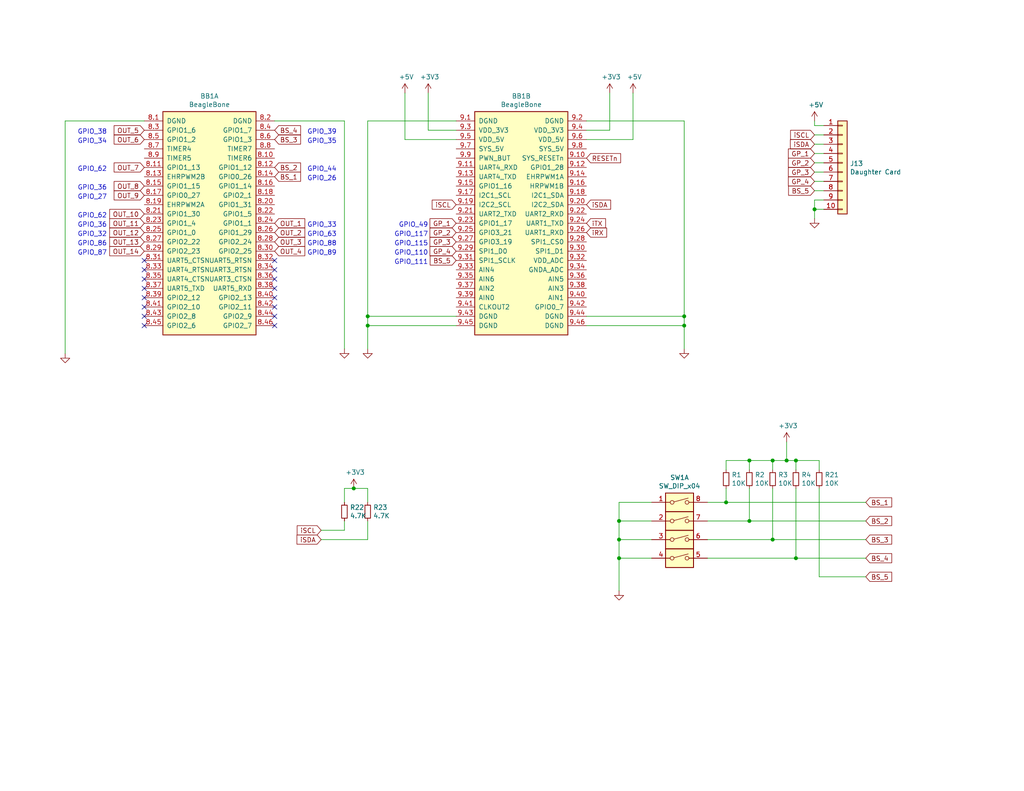
<source format=kicad_sch>
(kicad_sch (version 20211123) (generator eeschema)
  (paper "USLetter")
  (title_block (title "Greenhouse 2.0 IO Board") (date "2022-05-30") (rev "0.2.1") (company "Langhe Greenhaus") (comment 1 "Langhe Part Number: 240000"))
  (lib_symbols
    (symbol "BCR:BeagleBone" (pin_names (offset 1.016))
      (property "Reference" "BB" (at -10.16 29.21 0))
      (property "Value" "BeagleBone" (at 0 -34.29 0))
      (symbol "BeagleBone_0_1"
        (rectangle (start -12.7 27.94) (end 12.7 -33.02) (stroke (width 0.254)) (fill (type background)))
      )
      (symbol "BeagleBone_1_1"
        (pin unspecified line (at -17.78 25.4 0) (length 5.08) (name "DGND") (number "8.1"))
        (pin unspecified line (at 17.78 15.24 180) (length 5.08) (name "TIMER6") (number "8.10"))
        (pin unspecified line (at -17.78 12.7 0) (length 5.08) (name "GPIO1_13") (number "8.11"))
        (pin unspecified line (at 17.78 12.7 180) (length 5.08) (name "GPIO1_12") (number "8.12"))
        (pin unspecified line (at -17.78 10.16 0) (length 5.08) (name "EHRPWM2B") (number "8.13"))
        (pin unspecified line (at 17.78 10.16 180) (length 5.08) (name "GPIO0_26") (number "8.14"))
        (pin unspecified line (at -17.78 7.62 0) (length 5.08) (name "GPIO1_15") (number "8.15"))
        (pin unspecified line (at 17.78 7.62 180) (length 5.08) (name "GPIO1_14") (number "8.16"))
        (pin unspecified line (at -17.78 5.08 0) (length 5.08) (name "GPIO0_27") (number "8.17"))
        (pin unspecified line (at 17.78 5.08 180) (length 5.08) (name "GPIO2_1") (number "8.18"))
        (pin unspecified line (at -17.78 2.54 0) (length 5.08) (name "EHRPWM2A") (number "8.19"))
        (pin unspecified line (at 17.78 25.4 180) (length 5.08) (name "DGND") (number "8.2"))
        (pin unspecified line (at 17.78 2.54 180) (length 5.08) (name "GPIO1_31") (number "8.20"))
        (pin unspecified line (at -17.78 0 0) (length 5.08) (name "GPIO1_30") (number "8.21"))
        (pin unspecified line (at 17.78 0 180) (length 5.08) (name "GPIO1_5") (number "8.22"))
        (pin unspecified line (at -17.78 -2.54 0) (length 5.08) (name "GPIO1_4") (number "8.23"))
        (pin unspecified line (at 17.78 -2.54 180) (length 5.08) (name "GPIO1_1") (number "8.24"))
        (pin unspecified line (at -17.78 -5.08 0) (length 5.08) (name "GPIO1_0") (number "8.25"))
        (pin unspecified line (at 17.78 -5.08 180) (length 5.08) (name "GPIO1_29") (number "8.26"))
        (pin unspecified line (at -17.78 -7.62 0) (length 5.08) (name "GPIO2_22") (number "8.27"))
        (pin unspecified line (at 17.78 -7.62 180) (length 5.08) (name "GPIO2_24") (number "8.28"))
        (pin unspecified line (at -17.78 -10.16 0) (length 5.08) (name "GPIO2_23") (number "8.29"))
        (pin unspecified line (at -17.78 22.86 0) (length 5.08) (name "GPIO1_6") (number "8.3"))
        (pin unspecified line (at 17.78 -10.16 180) (length 5.08) (name "GPIO2_25") (number "8.30"))
        (pin unspecified line (at -17.78 -12.7 0) (length 5.08) (name "UART5_CTSN") (number "8.31"))
        (pin unspecified line (at 17.78 -12.7 180) (length 5.08) (name "UART5_RTSN") (number "8.32"))
        (pin unspecified line (at -17.78 -15.24 0) (length 5.08) (name "UART4_RTSN") (number "8.33"))
        (pin unspecified line (at 17.78 -15.24 180) (length 5.08) (name "UART3_RTSN") (number "8.34"))
        (pin unspecified line (at -17.78 -17.78 0) (length 5.08) (name "UART4_CTSN") (number "8.35"))
        (pin unspecified line (at 17.78 -17.78 180) (length 5.08) (name "UART3_CTSN") (number "8.36"))
        (pin unspecified line (at -17.78 -20.32 0) (length 5.08) (name "UART5_TXD") (number "8.37"))
        (pin unspecified line (at 17.78 -20.32 180) (length 5.08) (name "UART5_RXD") (number "8.38"))
        (pin unspecified line (at -17.78 -22.86 0) (length 5.08) (name "GPIO2_12") (number "8.39"))
        (pin unspecified line (at 17.78 22.86 180) (length 5.08) (name "GPIO1_7") (number "8.4"))
        (pin unspecified line (at 17.78 -22.86 180) (length 5.08) (name "GPIO2_13") (number "8.40"))
        (pin unspecified line (at -17.78 -25.4 0) (length 5.08) (name "GPIO2_10") (number "8.41"))
        (pin unspecified line (at 17.78 -25.4 180) (length 5.08) (name "GPIO2_11") (number "8.42"))
        (pin unspecified line (at -17.78 -27.94 0) (length 5.08) (name "GPIO2_8") (number "8.43"))
        (pin unspecified line (at 17.78 -27.94 180) (length 5.08) (name "GPIO2_9") (number "8.44"))
        (pin unspecified line (at -17.78 -30.48 0) (length 5.08) (name "GPIO2_6") (number "8.45"))
        (pin unspecified line (at 17.78 -30.48 180) (length 5.08) (name "GPIO2_27") (number "8.46"))
        (pin unspecified line (at -17.78 20.32 0) (length 5.08) (name "GPIO1_2") (number "8.5"))
        (pin unspecified line (at 17.78 20.32 180) (length 5.08) (name "GPIO1_3") (number "8.6"))
        (pin unspecified line (at -17.78 17.78 0) (length 5.08) (name "TIMER4") (number "8.7"))
        (pin unspecified line (at 17.78 17.78 180) (length 5.08) (name "TIMER7") (number "8.8"))
        (pin unspecified line (at -17.78 15.24 0) (length 5.08) (name "TIMER5") (number "8.9"))
      )
      (symbol "BeagleBone_2_1"
        (pin unspecified line (at -17.78 25.4 0) (length 5.08) (name "DGND") (number "9.1"))
        (pin unspecified line (at 17.78 15.24 180) (length 5.08) (name "SYS_RESETn") (number "9.10"))
        (pin unspecified line (at -17.78 12.7 0) (length 5.08) (name "UART4_RXD") (number "9.11"))
        (pin unspecified line (at 17.78 12.7 180) (length 5.08) (name "GPIO1_28") (number "9.12"))
        (pin unspecified line (at -17.78 10.16 0) (length 5.08) (name "UART4_TXD") (number "9.13"))
        (pin unspecified line (at 17.78 10.16 180) (length 5.08) (name "EHRPWM1A") (number "9.14"))
        (pin unspecified line (at -17.78 7.62 0) (length 5.08) (name "GPIO1_16") (number "9.15"))
        (pin unspecified line (at 17.78 7.62 180) (length 5.08) (name "HRPWM1B") (number "9.16"))
        (pin unspecified line (at -17.78 5.08 0) (length 5.08) (name "I2C1_SCL") (number "9.17"))
        (pin unspecified line (at 17.78 5.08 180) (length 5.08) (name "I2C1_SDA") (number "9.18"))
        (pin unspecified line (at -17.78 2.54 0) (length 5.08) (name "I2C2_SCL") (number "9.19"))
        (pin unspecified line (at 17.78 25.4 180) (length 5.08) (name "DGND") (number "9.2"))
        (pin unspecified line (at 17.78 2.54 180) (length 5.08) (name "I2C2_SDA") (number "9.20"))
        (pin unspecified line (at -17.78 0 0) (length 5.08) (name "UART2_TXD") (number "9.21"))
        (pin unspecified line (at 17.78 0 180) (length 5.08) (name "UART2_RXD") (number "9.22"))
        (pin unspecified line (at -17.78 -2.54 0) (length 5.08) (name "GPIO1_17") (number "9.23"))
        (pin unspecified line (at 17.78 -2.54 180) (length 5.08) (name "UART1_TXD") (number "9.24"))
        (pin unspecified line (at -17.78 -5.08 0) (length 5.08) (name "GPIO3_21") (number "9.25"))
        (pin unspecified line (at 17.78 -5.08 180) (length 5.08) (name "UART1_RXD") (number "9.26"))
        (pin unspecified line (at -17.78 -7.62 0) (length 5.08) (name "GPIO3_19") (number "9.27"))
        (pin unspecified line (at 17.78 -7.62 180) (length 5.08) (name "SPI1_CS0") (number "9.28"))
        (pin unspecified line (at -17.78 -10.16 0) (length 5.08) (name "SPI1_D0") (number "9.29"))
        (pin unspecified line (at -17.78 22.86 0) (length 5.08) (name "VDD_3V3") (number "9.3"))
        (pin unspecified line (at 17.78 -10.16 180) (length 5.08) (name "SPI1_D1") (number "9.30"))
        (pin unspecified line (at -17.78 -12.7 0) (length 5.08) (name "SPI1_SCLK") (number "9.31"))
        (pin unspecified line (at 17.78 -12.7 180) (length 5.08) (name "VDD_ADC") (number "9.32"))
        (pin unspecified line (at -17.78 -15.24 0) (length 5.08) (name "AIN4") (number "9.33"))
        (pin unspecified line (at 17.78 -15.24 180) (length 5.08) (name "GNDA_ADC") (number "9.34"))
        (pin unspecified line (at -17.78 -17.78 0) (length 5.08) (name "AIN6") (number "9.35"))
        (pin unspecified line (at 17.78 -17.78 180) (length 5.08) (name "AIN5") (number "9.36"))
        (pin unspecified line (at -17.78 -20.32 0) (length 5.08) (name "AIN2") (number "9.37"))
        (pin unspecified line (at 17.78 -20.32 180) (length 5.08) (name "AIN3") (number "9.38"))
        (pin unspecified line (at -17.78 -22.86 0) (length 5.08) (name "AIN0") (number "9.39"))
        (pin unspecified line (at 17.78 22.86 180) (length 5.08) (name "VDD_3V3") (number "9.4"))
        (pin unspecified line (at 17.78 -22.86 180) (length 5.08) (name "AIN1") (number "9.40"))
        (pin unspecified line (at -17.78 -25.4 0) (length 5.08) (name "CLKOUT2") (number "9.41"))
        (pin unspecified line (at 17.78 -25.4 180) (length 5.08) (name "GPIO0_7") (number "9.42"))
        (pin unspecified line (at -17.78 -27.94 0) (length 5.08) (name "DGND") (number "9.43"))
        (pin unspecified line (at 17.78 -27.94 180) (length 5.08) (name "DGND") (number "9.44"))
        (pin unspecified line (at -17.78 -30.48 0) (length 5.08) (name "DGND") (number "9.45"))
        (pin unspecified line (at 17.78 -30.48 180) (length 5.08) (name "DGND") (number "9.46"))
        (pin unspecified line (at -17.78 20.32 0) (length 5.08) (name "VDD_5V") (number "9.5"))
        (pin unspecified line (at 17.78 20.32 180) (length 5.08) (name "VDD_5V") (number "9.6"))
        (pin unspecified line (at -17.78 17.78 0) (length 5.08) (name "SYS_5V") (number "9.7"))
        (pin unspecified line (at 17.78 17.78 180) (length 5.08) (name "SYS_5V") (number "9.8"))
        (pin unspecified line (at -17.78 15.24 0) (length 5.08) (name "PWN_BUT") (number "9.9"))
      )
    )
    (symbol "BCR:SW_DIP_x04" (pin_names (offset 0) hide)
      (property "Reference" "SW" (at 0 3.81 0))
      (property "Value" "SW_DIP_x04" (at 0 -3.81 0))
      (symbol "SW_DIP_x04_0_0"
        (circle (center -2.032 0) (radius 0.508))
        (polyline (pts (xy -1.524 0.127) (xy 2.3622 1.1684)))
        (circle (center 2.032 0) (radius 0.508))
      )
      (symbol "SW_DIP_x04_0_1"
        (rectangle (start -3.81 2.54) (end 3.81 -2.54) (stroke (width 0.254)) (fill (type background)))
      )
      (symbol "SW_DIP_x04_1_1"
        (pin passive line (at -7.62 0 0) (length 5.08) (name "~") (number "1"))
        (pin passive line (at 7.62 0 180) (length 5.08) (name "~") (number "8"))
      )
      (symbol "SW_DIP_x04_2_1"
        (pin passive line (at -7.62 0 0) (length 5.08) (name "~") (number "2"))
        (pin passive line (at 7.62 0 180) (length 5.08) (name "~") (number "7"))
      )
      (symbol "SW_DIP_x04_3_1"
        (pin passive line (at -7.62 0 0) (length 5.08) (name "~") (number "3"))
        (pin passive line (at 7.62 0 180) (length 5.08) (name "~") (number "6"))
      )
      (symbol "SW_DIP_x04_4_1"
        (pin passive line (at -7.62 0 0) (length 5.08) (name "~") (number "4"))
        (pin passive line (at 7.62 0 180) (length 5.08) (name "~") (number "5"))
      )
    )
    (symbol "BeagleBone_1" (pin_names (offset 1.016))
      (property "Reference" "BB" (at -10.16 29.21 0))
      (property "Value" "BeagleBone_1" (at 0 -34.29 0))
      (symbol "BeagleBone_1_0_1"
        (rectangle (start -12.7 27.94) (end 12.7 -33.02) (stroke (width 0.254)) (fill (type background)))
      )
      (symbol "BeagleBone_1_1_1"
        (pin unspecified line (at -17.78 25.4 0) (length 5.08) (name "DGND") (number "8.1"))
        (pin unspecified line (at 17.78 15.24 180) (length 5.08) (name "TIMER6") (number "8.10"))
        (pin unspecified line (at -17.78 12.7 0) (length 5.08) (name "GPIO1_13") (number "8.11"))
        (pin unspecified line (at 17.78 12.7 180) (length 5.08) (name "GPIO1_12") (number "8.12"))
        (pin unspecified line (at -17.78 10.16 0) (length 5.08) (name "EHRPWM2B") (number "8.13"))
        (pin unspecified line (at 17.78 10.16 180) (length 5.08) (name "GPIO0_26") (number "8.14"))
        (pin unspecified line (at -17.78 7.62 0) (length 5.08) (name "GPIO1_15") (number "8.15"))
        (pin unspecified line (at 17.78 7.62 180) (length 5.08) (name "GPIO1_14") (number "8.16"))
        (pin unspecified line (at -17.78 5.08 0) (length 5.08) (name "GPIO0_27") (number "8.17"))
        (pin unspecified line (at 17.78 5.08 180) (length 5.08) (name "GPIO2_1") (number "8.18"))
        (pin unspecified line (at -17.78 2.54 0) (length 5.08) (name "EHRPWM2A") (number "8.19"))
        (pin unspecified line (at 17.78 25.4 180) (length 5.08) (name "DGND") (number "8.2"))
        (pin unspecified line (at 17.78 2.54 180) (length 5.08) (name "GPIO1_31") (number "8.20"))
        (pin unspecified line (at -17.78 0 0) (length 5.08) (name "GPIO1_30") (number "8.21"))
        (pin unspecified line (at 17.78 0 180) (length 5.08) (name "GPIO1_5") (number "8.22"))
        (pin unspecified line (at -17.78 -2.54 0) (length 5.08) (name "GPIO1_4") (number "8.23"))
        (pin unspecified line (at 17.78 -2.54 180) (length 5.08) (name "GPIO1_1") (number "8.24"))
        (pin unspecified line (at -17.78 -5.08 0) (length 5.08) (name "GPIO1_0") (number "8.25"))
        (pin unspecified line (at 17.78 -5.08 180) (length 5.08) (name "GPIO1_29") (number "8.26"))
        (pin unspecified line (at -17.78 -7.62 0) (length 5.08) (name "GPIO2_22") (number "8.27"))
        (pin unspecified line (at 17.78 -7.62 180) (length 5.08) (name "GPIO2_24") (number "8.28"))
        (pin unspecified line (at -17.78 -10.16 0) (length 5.08) (name "GPIO2_23") (number "8.29"))
        (pin unspecified line (at -17.78 22.86 0) (length 5.08) (name "GPIO1_6") (number "8.3"))
        (pin unspecified line (at 17.78 -10.16 180) (length 5.08) (name "GPIO2_25") (number "8.30"))
        (pin unspecified line (at -17.78 -12.7 0) (length 5.08) (name "UART5_CTSN") (number "8.31"))
        (pin unspecified line (at 17.78 -12.7 180) (length 5.08) (name "UART5_RTSN") (number "8.32"))
        (pin unspecified line (at -17.78 -15.24 0) (length 5.08) (name "UART4_RTSN") (number "8.33"))
        (pin unspecified line (at 17.78 -15.24 180) (length 5.08) (name "UART3_RTSN") (number "8.34"))
        (pin unspecified line (at -17.78 -17.78 0) (length 5.08) (name "UART4_CTSN") (number "8.35"))
        (pin unspecified line (at 17.78 -17.78 180) (length 5.08) (name "UART3_CTSN") (number "8.36"))
        (pin unspecified line (at -17.78 -20.32 0) (length 5.08) (name "UART5_TXD") (number "8.37"))
        (pin unspecified line (at 17.78 -20.32 180) (length 5.08) (name "UART5_RXD") (number "8.38"))
        (pin unspecified line (at -17.78 -22.86 0) (length 5.08) (name "GPIO2_12") (number "8.39"))
        (pin unspecified line (at 17.78 22.86 180) (length 5.08) (name "GPIO1_7") (number "8.4"))
        (pin unspecified line (at 17.78 -22.86 180) (length 5.08) (name "GPIO2_13") (number "8.40"))
        (pin unspecified line (at -17.78 -25.4 0) (length 5.08) (name "GPIO2_10") (number "8.41"))
        (pin unspecified line (at 17.78 -25.4 180) (length 5.08) (name "GPIO2_11") (number "8.42"))
        (pin unspecified line (at -17.78 -27.94 0) (length 5.08) (name "GPIO2_8") (number "8.43"))
        (pin unspecified line (at 17.78 -27.94 180) (length 5.08) (name "GPIO2_9") (number "8.44"))
        (pin unspecified line (at -17.78 -30.48 0) (length 5.08) (name "GPIO2_6") (number "8.45"))
        (pin unspecified line (at 17.78 -30.48 180) (length 5.08) (name "GPIO2_7") (number "8.46"))
        (pin unspecified line (at -17.78 20.32 0) (length 5.08) (name "GPIO1_2") (number "8.5"))
        (pin unspecified line (at 17.78 20.32 180) (length 5.08) (name "GPIO1_3") (number "8.6"))
        (pin unspecified line (at -17.78 17.78 0) (length 5.08) (name "TIMER4") (number "8.7"))
        (pin unspecified line (at 17.78 17.78 180) (length 5.08) (name "TIMER7") (number "8.8"))
        (pin unspecified line (at -17.78 15.24 0) (length 5.08) (name "TIMER5") (number "8.9"))
      )
      (symbol "BeagleBone_1_2_1"
        (pin unspecified line (at -17.78 25.4 0) (length 5.08) (name "DGND") (number "9.1"))
        (pin unspecified line (at 17.78 15.24 180) (length 5.08) (name "SYS_RESETn") (number "9.10"))
        (pin unspecified line (at -17.78 12.7 0) (length 5.08) (name "UART4_RXD") (number "9.11"))
        (pin unspecified line (at 17.78 12.7 180) (length 5.08) (name "GPIO1_28") (number "9.12"))
        (pin unspecified line (at -17.78 10.16 0) (length 5.08) (name "UART4_TXD") (number "9.13"))
        (pin unspecified line (at 17.78 10.16 180) (length 5.08) (name "EHRPWM1A") (number "9.14"))
        (pin unspecified line (at -17.78 7.62 0) (length 5.08) (name "GPIO1_16") (number "9.15"))
        (pin unspecified line (at 17.78 7.62 180) (length 5.08) (name "HRPWM1B") (number "9.16"))
        (pin unspecified line (at -17.78 5.08 0) (length 5.08) (name "I2C1_SCL") (number "9.17"))
        (pin unspecified line (at 17.78 5.08 180) (length 5.08) (name "I2C1_SDA") (number "9.18"))
        (pin unspecified line (at -17.78 2.54 0) (length 5.08) (name "I2C2_SCL") (number "9.19"))
        (pin unspecified line (at 17.78 25.4 180) (length 5.08) (name "DGND") (number "9.2"))
        (pin unspecified line (at 17.78 2.54 180) (length 5.08) (name "I2C2_SDA") (number "9.20"))
        (pin unspecified line (at -17.78 0 0) (length 5.08) (name "UART2_TXD") (number "9.21"))
        (pin unspecified line (at 17.78 0 180) (length 5.08) (name "UART2_RXD") (number "9.22"))
        (pin unspecified line (at -17.78 -2.54 0) (length 5.08) (name "GPIO1_17") (number "9.23"))
        (pin unspecified line (at 17.78 -2.54 180) (length 5.08) (name "UART1_TXD") (number "9.24"))
        (pin unspecified line (at -17.78 -5.08 0) (length 5.08) (name "GPIO3_21") (number "9.25"))
        (pin unspecified line (at 17.78 -5.08 180) (length 5.08) (name "UART1_RXD") (number "9.26"))
        (pin unspecified line (at -17.78 -7.62 0) (length 5.08) (name "GPIO3_19") (number "9.27"))
        (pin unspecified line (at 17.78 -7.62 180) (length 5.08) (name "SPI1_CS0") (number "9.28"))
        (pin unspecified line (at -17.78 -10.16 0) (length 5.08) (name "SPI1_D0") (number "9.29"))
        (pin unspecified line (at -17.78 22.86 0) (length 5.08) (name "VDD_3V3") (number "9.3"))
        (pin unspecified line (at 17.78 -10.16 180) (length 5.08) (name "SPI1_D1") (number "9.30"))
        (pin unspecified line (at -17.78 -12.7 0) (length 5.08) (name "SPI1_SCLK") (number "9.31"))
        (pin unspecified line (at 17.78 -12.7 180) (length 5.08) (name "VDD_ADC") (number "9.32"))
        (pin unspecified line (at -17.78 -15.24 0) (length 5.08) (name "AIN4") (number "9.33"))
        (pin unspecified line (at 17.78 -15.24 180) (length 5.08) (name "GNDA_ADC") (number "9.34"))
        (pin unspecified line (at -17.78 -17.78 0) (length 5.08) (name "AIN6") (number "9.35"))
        (pin unspecified line (at 17.78 -17.78 180) (length 5.08) (name "AIN5") (number "9.36"))
        (pin unspecified line (at -17.78 -20.32 0) (length 5.08) (name "AIN2") (number "9.37"))
        (pin unspecified line (at 17.78 -20.32 180) (length 5.08) (name "AIN3") (number "9.38"))
        (pin unspecified line (at -17.78 -22.86 0) (length 5.08) (name "AIN0") (number "9.39"))
        (pin unspecified line (at 17.78 22.86 180) (length 5.08) (name "VDD_3V3") (number "9.4"))
        (pin unspecified line (at 17.78 -22.86 180) (length 5.08) (name "AIN1") (number "9.40"))
        (pin unspecified line (at -17.78 -25.4 0) (length 5.08) (name "CLKOUT2") (number "9.41"))
        (pin unspecified line (at 17.78 -25.4 180) (length 5.08) (name "GPIO0_7") (number "9.42"))
        (pin unspecified line (at -17.78 -27.94 0) (length 5.08) (name "DGND") (number "9.43"))
        (pin unspecified line (at 17.78 -27.94 180) (length 5.08) (name "DGND") (number "9.44"))
        (pin unspecified line (at -17.78 -30.48 0) (length 5.08) (name "DGND") (number "9.45"))
        (pin unspecified line (at 17.78 -30.48 180) (length 5.08) (name "DGND") (number "9.46"))
        (pin unspecified line (at -17.78 20.32 0) (length 5.08) (name "VDD_5V") (number "9.5"))
        (pin unspecified line (at 17.78 20.32 180) (length 5.08) (name "VDD_5V") (number "9.6"))
        (pin unspecified line (at -17.78 17.78 0) (length 5.08) (name "SYS_5V") (number "9.7"))
        (pin unspecified line (at 17.78 17.78 180) (length 5.08) (name "SYS_5V") (number "9.8"))
        (pin unspecified line (at -17.78 15.24 0) (length 5.08) (name "PWN_BUT") (number "9.9"))
      )
    )
    (symbol "Connector_Generic:Conn_01x10" (pin_names (offset 1.016) hide)
      (property "Reference" "J" (at 0 12.7 0))
      (property "Value" "Conn_01x10" (at 0 -15.24 0))
      (symbol "Conn_01x10_1_1"
        (rectangle (start -1.27 -12.573) (end 0 -12.827) (stroke (width 0.1524)))
        (rectangle (start -1.27 -10.033) (end 0 -10.287) (stroke (width 0.1524)))
        (rectangle (start -1.27 -7.493) (end 0 -7.747) (stroke (width 0.1524)))
        (rectangle (start -1.27 -4.953) (end 0 -5.207) (stroke (width 0.1524)))
        (rectangle (start -1.27 -2.413) (end 0 -2.667) (stroke (width 0.1524)))
        (rectangle (start -1.27 0.127) (end 0 -0.127) (stroke (width 0.1524)))
        (rectangle (start -1.27 2.667) (end 0 2.413) (stroke (width 0.1524)))
        (rectangle (start -1.27 5.207) (end 0 4.953) (stroke (width 0.1524)))
        (rectangle (start -1.27 7.747) (end 0 7.493) (stroke (width 0.1524)))
        (rectangle (start -1.27 10.287) (end 0 10.033) (stroke (width 0.1524)))
        (rectangle (start -1.27 11.43) (end 1.27 -13.97) (stroke (width 0.254)) (fill (type background)))
        (pin passive line (at -5.08 10.16 0) (length 3.81) (name "Pin_1") (number "1"))
        (pin passive line (at -5.08 -12.7 0) (length 3.81) (name "Pin_10") (number "10"))
        (pin passive line (at -5.08 7.62 0) (length 3.81) (name "Pin_2") (number "2"))
        (pin passive line (at -5.08 5.08 0) (length 3.81) (name "Pin_3") (number "3"))
        (pin passive line (at -5.08 2.54 0) (length 3.81) (name "Pin_4") (number "4"))
        (pin passive line (at -5.08 0 0) (length 3.81) (name "Pin_5") (number "5"))
        (pin passive line (at -5.08 -2.54 0) (length 3.81) (name "Pin_6") (number "6"))
        (pin passive line (at -5.08 -5.08 0) (length 3.81) (name "Pin_7") (number "7"))
        (pin passive line (at -5.08 -7.62 0) (length 3.81) (name "Pin_8") (number "8"))
        (pin passive line (at -5.08 -10.16 0) (length 3.81) (name "Pin_9") (number "9"))
      )
    )
    (symbol "Device:R_Small" (pin_numbers hide) (pin_names (offset 0.254) hide)
      (property "Reference" "R" (at 0.762 0.508 0))
      (property "Value" "R_Small" (at 0.762 -1.016 0))
      (symbol "R_Small_0_1"
        (rectangle (start -0.762 1.778) (end 0.762 -1.778) (stroke (width 0.2032)))
      )
      (symbol "R_Small_1_1"
        (pin passive line (at 0 2.54 270) (length 0.762) (name "~") (number "1"))
        (pin passive line (at 0 -2.54 90) (length 0.762) (name "~") (number "2"))
      )
    )
    (symbol "Power_BCR:SIGGND" (power) (pin_names (offset 0))
      (symbol "SIGGND_0_1"
        (polyline (pts (xy 0 0) (xy 0 -1.27) (xy 1.27 -1.27) (xy 0 -2.54) (xy -1.27 -1.27) (xy 0 -1.27)))
      )
      (symbol "SIGGND_1_1"
        (pin power_in line (at 0 0 270) (length 0) hide (name "GND-SIG") (number "1"))
      )
    )
    (symbol "power:+3.3V" (power) (pin_names (offset 0))
      (property "Value" "+3.3V" (at 0 3.556 0))
      (symbol "+3.3V_0_1"
        (polyline (pts (xy -0.762 1.27) (xy 0 2.54)))
        (polyline (pts (xy 0 0) (xy 0 2.54)))
        (polyline (pts (xy 0 2.54) (xy 0.762 1.27)))
      )
      (symbol "+3.3V_1_1"
        (pin power_in line (at 0 0 90) (length 0) hide (name "+3V3") (number "1"))
      )
    )
    (symbol "power:+5V" (power) (pin_names (offset 0))
      (property "Value" "+5V" (at 0 3.556 0))
      (symbol "+5V_0_1"
        (polyline (pts (xy -0.762 1.27) (xy 0 2.54)))
        (polyline (pts (xy 0 0) (xy 0 2.54)))
        (polyline (pts (xy 0 2.54) (xy 0.762 1.27)))
      )
      (symbol "+5V_1_1"
        (pin power_in line (at 0 0 90) (length 0) hide (name "+5V") (number "1"))
      )
    )
  )
  (junction (at 100.33 86.36))
  (junction (at 217.17 152.4))
  (junction (at 210.82 147.32))
  (junction (at 217.17 125.73))
  (junction (at 198.12 137.16))
  (junction (at 204.47 125.73))
  (junction (at 186.69 86.36))
  (junction (at 214.63 125.73))
  (junction (at 222.25 57.15))
  (junction (at 168.91 152.4))
  (junction (at 96.52 133.35))
  (junction (at 186.69 88.9))
  (junction (at 100.33 88.9))
  (junction (at 168.91 147.32))
  (junction (at 210.82 125.73))
  (junction (at 168.91 142.24))
  (junction (at 204.47 142.24))
  (no_connect (at 74.93 76.2))
  (no_connect (at 74.93 78.74))
  (no_connect (at 74.93 81.28))
  (no_connect (at 74.93 83.82))
  (no_connect (at 74.93 71.12))
  (no_connect (at 74.93 73.66))
  (no_connect (at 39.37 71.12))
  (no_connect (at 39.37 76.2))
  (no_connect (at 39.37 73.66))
  (no_connect (at 74.93 86.36))
  (no_connect (at 39.37 78.74))
  (no_connect (at 74.93 88.9))
  (no_connect (at 39.37 88.9))
  (no_connect (at 39.37 86.36))
  (no_connect (at 39.37 83.82))
  (no_connect (at 39.37 81.28))
  (wire (pts (xy 160.02 33.02) (xy 186.69 33.02)))
  (wire (pts (xy 210.82 125.73) (xy 210.82 128.27)))
  (wire (pts (xy 93.98 33.02) (xy 93.98 95.25)))
  (wire (pts (xy 160.02 86.36) (xy 186.69 86.36)))
  (wire (pts (xy 210.82 125.73) (xy 214.63 125.73)))
  (wire (pts (xy 222.25 34.29) (xy 224.79 34.29)))
  (wire (pts (xy 124.46 38.1) (xy 110.49 38.1)))
  (wire (pts (xy 204.47 128.27) (xy 204.47 125.73)))
  (wire (pts (xy 93.98 133.35) (xy 96.52 133.35)))
  (wire (pts (xy 110.49 38.1) (xy 110.49 25.4)))
  (wire (pts (xy 93.98 137.16) (xy 93.98 133.35)))
  (wire (pts (xy 17.78 33.02) (xy 17.78 96.52)))
  (wire (pts (xy 186.69 86.36) (xy 186.69 88.9)))
  (wire (pts (xy 93.98 144.78) (xy 93.98 142.24)))
  (wire (pts (xy 222.25 59.69) (xy 222.25 57.15)))
  (wire (pts (xy 100.33 33.02) (xy 100.33 86.36)))
  (wire (pts (xy 160.02 88.9) (xy 186.69 88.9)))
  (wire (pts (xy 204.47 133.35) (xy 204.47 142.24)))
  (wire (pts (xy 160.02 38.1) (xy 172.72 38.1)))
  (wire (pts (xy 222.25 33.02) (xy 222.25 34.29)))
  (wire (pts (xy 222.25 54.61) (xy 224.79 54.61)))
  (wire (pts (xy 198.12 137.16) (xy 236.22 137.16)))
  (wire (pts (xy 160.02 35.56) (xy 166.37 35.56)))
  (wire (pts (xy 87.63 144.78) (xy 93.98 144.78)))
  (wire (pts (xy 100.33 88.9) (xy 100.33 95.25)))
  (wire (pts (xy 177.8 147.32) (xy 168.91 147.32)))
  (wire (pts (xy 124.46 86.36) (xy 100.33 86.36)))
  (wire (pts (xy 193.04 152.4) (xy 217.17 152.4)))
  (wire (pts (xy 186.69 33.02) (xy 186.69 86.36)))
  (wire (pts (xy 222.25 57.15) (xy 222.25 54.61)))
  (wire (pts (xy 100.33 133.35) (xy 100.33 137.16)))
  (wire (pts (xy 217.17 125.73) (xy 223.52 125.73)))
  (wire (pts (xy 198.12 128.27) (xy 198.12 125.73)))
  (wire (pts (xy 100.33 86.36) (xy 100.33 88.9)))
  (wire (pts (xy 166.37 35.56) (xy 166.37 25.4)))
  (wire (pts (xy 224.79 36.83) (xy 222.25 36.83)))
  (wire (pts (xy 217.17 152.4) (xy 236.22 152.4)))
  (wire (pts (xy 217.17 128.27) (xy 217.17 125.73)))
  (wire (pts (xy 177.8 142.24) (xy 168.91 142.24)))
  (wire (pts (xy 168.91 142.24) (xy 168.91 147.32)))
  (wire (pts (xy 222.25 52.07) (xy 224.79 52.07)))
  (wire (pts (xy 177.8 152.4) (xy 168.91 152.4)))
  (wire (pts (xy 222.25 46.99) (xy 224.79 46.99)))
  (wire (pts (xy 222.25 41.91) (xy 224.79 41.91)))
  (wire (pts (xy 124.46 33.02) (xy 100.33 33.02)))
  (wire (pts (xy 224.79 57.15) (xy 222.25 57.15)))
  (wire (pts (xy 223.52 133.35) (xy 223.52 157.48)))
  (wire (pts (xy 186.69 88.9) (xy 186.69 95.25)))
  (wire (pts (xy 217.17 133.35) (xy 217.17 152.4)))
  (wire (pts (xy 222.25 44.45) (xy 224.79 44.45)))
  (wire (pts (xy 204.47 125.73) (xy 210.82 125.73)))
  (wire (pts (xy 204.47 142.24) (xy 236.22 142.24)))
  (wire (pts (xy 193.04 137.16) (xy 198.12 137.16)))
  (wire (pts (xy 172.72 38.1) (xy 172.72 25.4)))
  (wire (pts (xy 124.46 88.9) (xy 100.33 88.9)))
  (wire (pts (xy 96.52 133.35) (xy 100.33 133.35)))
  (wire (pts (xy 210.82 133.35) (xy 210.82 147.32)))
  (wire (pts (xy 193.04 142.24) (xy 204.47 142.24)))
  (wire (pts (xy 168.91 137.16) (xy 168.91 142.24)))
  (wire (pts (xy 116.84 35.56) (xy 116.84 25.4)))
  (wire (pts (xy 168.91 147.32) (xy 168.91 152.4)))
  (wire (pts (xy 223.52 157.48) (xy 236.22 157.48)))
  (wire (pts (xy 223.52 125.73) (xy 223.52 128.27)))
  (wire (pts (xy 210.82 147.32) (xy 193.04 147.32)))
  (wire (pts (xy 222.25 49.53) (xy 224.79 49.53)))
  (wire (pts (xy 124.46 35.56) (xy 116.84 35.56)))
  (wire (pts (xy 236.22 147.32) (xy 210.82 147.32)))
  (wire (pts (xy 87.63 147.32) (xy 100.33 147.32)))
  (wire (pts (xy 168.91 152.4) (xy 168.91 161.29)))
  (wire (pts (xy 39.37 33.02) (xy 17.78 33.02)))
  (wire (pts (xy 177.8 137.16) (xy 168.91 137.16)))
  (wire (pts (xy 198.12 125.73) (xy 204.47 125.73)))
  (wire (pts (xy 214.63 125.73) (xy 217.17 125.73)))
  (wire (pts (xy 214.63 125.73) (xy 214.63 120.65)))
  (wire (pts (xy 198.12 133.35) (xy 198.12 137.16)))
  (wire (pts (xy 222.25 39.37) (xy 224.79 39.37)))
  (wire (pts (xy 74.93 33.02) (xy 93.98 33.02)))
  (wire (pts (xy 100.33 147.32) (xy 100.33 142.24)))
  (text "GPIO_87" (at 29.21 69.85 180) (effects (font (size 1.27 1.27)) (justify right bottom)))
  (text "GPIO_33" (at 83.82 62.23 0) (effects (font (size 1.27 1.27)) (justify left bottom)))
  (text "GPIO_110" (at 116.84 69.85 180) (effects (font (size 1.27 1.27)) (justify right bottom)))
  (text "GPIO_27" (at 29.21 54.61 180) (effects (font (size 1.27 1.27)) (justify right bottom)))
  (text "GPIO_111" (at 116.84 72.39 180) (effects (font (size 1.27 1.27)) (justify right bottom)))
  (text "GPIO_34" (at 29.21 39.37 180) (effects (font (size 1.27 1.27)) (justify right bottom)))
  (text "GPIO_36" (at 29.21 52.07 180) (effects (font (size 1.27 1.27)) (justify right bottom)))
  (text "GPIO_49" (at 116.84 62.23 180) (effects (font (size 1.27 1.27)) (justify right bottom)))
  (text "GPIO_89" (at 83.82 69.85 0) (effects (font (size 1.27 1.27)) (justify left bottom)))
  (text "GPIO_44" (at 83.82 46.99 0) (effects (font (size 1.27 1.27)) (justify left bottom)))
  (text "GPIO_88" (at 83.82 67.31 0) (effects (font (size 1.27 1.27)) (justify left bottom)))
  (text "GPIO_38" (at 29.21 36.83 180) (effects (font (size 1.27 1.27)) (justify right bottom)))
  (text "GPIO_32" (at 29.21 64.77 180) (effects (font (size 1.27 1.27)) (justify right bottom)))
  (text "GPIO_117" (at 116.84 64.77 180) (effects (font (size 1.27 1.27)) (justify right bottom)))
  (text "GPIO_26" (at 83.82 49.53 0) (effects (font (size 1.27 1.27)) (justify left bottom)))
  (text "GPIO_39" (at 83.82 36.83 0) (effects (font (size 1.27 1.27)) (justify left bottom)))
  (text "GPIO_63" (at 83.82 64.77 0) (effects (font (size 1.27 1.27)) (justify left bottom)))
  (text "GPIO_115" (at 116.84 67.31 180) (effects (font (size 1.27 1.27)) (justify right bottom)))
  (text "GPIO_62" (at 29.21 59.69 180) (effects (font (size 1.27 1.27)) (justify right bottom)))
  (text "GPIO_62" (at 29.21 46.99 180) (effects (font (size 1.27 1.27)) (justify right bottom)))
  (text "GPIO_36" (at 29.21 62.23 180) (effects (font (size 1.27 1.27)) (justify right bottom)))
  (text "GPIO_35" (at 83.82 39.37 0) (effects (font (size 1.27 1.27)) (justify left bottom)))
  (text "GPIO_86" (at 29.21 67.31 180) (effects (font (size 1.27 1.27)) (justify right bottom)))
  (global_label "OUT_1" (shape input) (at 74.93 60.96 0) (property "Intersheet References" "${INTERSHEET_REFS}" (effects hide)))
  (global_label "GP_3" (shape input) (at 124.46 66.04 180) (property "Intersheet References" "${INTERSHEET_REFS}" (effects hide)))
  (global_label "iSCL" (shape input) (at 222.25 36.83 180) (property "Intersheet References" "${INTERSHEET_REFS}" (effects hide)))
  (global_label "BS_5" (shape input) (at 124.46 71.12 180) (property "Intersheet References" "${INTERSHEET_REFS}" (effects hide)))
  (global_label "OUT_7" (shape input) (at 39.37 45.72 180) (property "Intersheet References" "${INTERSHEET_REFS}" (effects hide)))
  (global_label "BS_5" (shape input) (at 222.25 52.07 180) (property "Intersheet References" "${INTERSHEET_REFS}" (effects hide)))
  (global_label "iSDA" (shape input) (at 87.63 147.32 180) (property "Intersheet References" "${INTERSHEET_REFS}" (effects hide)))
  (global_label "iSDA" (shape input) (at 222.25 39.37 180) (property "Intersheet References" "${INTERSHEET_REFS}" (effects hide)))
  (global_label "OUT_11" (shape input) (at 39.37 60.96 180) (property "Intersheet References" "${INTERSHEET_REFS}" (effects hide)))
  (global_label "OUT_9" (shape input) (at 39.37 53.34 180) (property "Intersheet References" "${INTERSHEET_REFS}" (effects hide)))
  (global_label "GP_2" (shape input) (at 124.46 63.5 180) (property "Intersheet References" "${INTERSHEET_REFS}" (effects hide)))
  (global_label "OUT_14" (shape input) (at 39.37 68.58 180) (property "Intersheet References" "${INTERSHEET_REFS}" (effects hide)))
  (global_label "OUT_13" (shape input) (at 39.37 66.04 180) (property "Intersheet References" "${INTERSHEET_REFS}" (effects hide)))
  (global_label "BS_4" (shape input) (at 74.93 35.56 0) (property "Intersheet References" "${INTERSHEET_REFS}" (effects hide)))
  (global_label "iSDA" (shape input) (at 160.02 55.88 0) (property "Intersheet References" "${INTERSHEET_REFS}" (effects hide)))
  (global_label "iSCL" (shape input) (at 124.46 55.88 180) (property "Intersheet References" "${INTERSHEET_REFS}" (effects hide)))
  (global_label "iTX" (shape input) (at 160.02 60.96 0) (property "Intersheet References" "${INTERSHEET_REFS}" (effects hide)))
  (global_label "GP_1" (shape input) (at 222.25 41.91 180) (property "Intersheet References" "${INTERSHEET_REFS}" (effects hide)))
  (global_label "OUT_8" (shape input) (at 39.37 50.8 180) (property "Intersheet References" "${INTERSHEET_REFS}" (effects hide)))
  (global_label "OUT_4" (shape input) (at 74.93 68.58 0) (property "Intersheet References" "${INTERSHEET_REFS}" (effects hide)))
  (global_label "BS_1" (shape input) (at 74.93 48.26 0) (property "Intersheet References" "${INTERSHEET_REFS}" (effects hide)))
  (global_label "GP_2" (shape input) (at 222.25 44.45 180) (property "Intersheet References" "${INTERSHEET_REFS}" (effects hide)))
  (global_label "OUT_5" (shape input) (at 39.37 35.56 180) (property "Intersheet References" "${INTERSHEET_REFS}" (effects hide)))
  (global_label "GP_4" (shape input) (at 222.25 49.53 180) (property "Intersheet References" "${INTERSHEET_REFS}" (effects hide)))
  (global_label "BS_3" (shape input) (at 74.93 38.1 0) (property "Intersheet References" "${INTERSHEET_REFS}" (effects hide)))
  (global_label "GP_1" (shape input) (at 124.46 60.96 180) (property "Intersheet References" "${INTERSHEET_REFS}" (effects hide)))
  (global_label "BS_2" (shape input) (at 74.93 45.72 0) (property "Intersheet References" "${INTERSHEET_REFS}" (effects hide)))
  (global_label "RESETn" (shape input) (at 160.02 43.18 0) (property "Intersheet References" "${INTERSHEET_REFS}" (effects hide)))
  (global_label "BS_3" (shape input) (at 236.22 147.32 0) (property "Intersheet References" "${INTERSHEET_REFS}" (effects hide)))
  (global_label "OUT_3" (shape input) (at 74.93 66.04 0) (property "Intersheet References" "${INTERSHEET_REFS}" (effects hide)))
  (global_label "BS_2" (shape input) (at 236.22 142.24 0) (property "Intersheet References" "${INTERSHEET_REFS}" (effects hide)))
  (global_label "OUT_12" (shape input) (at 39.37 63.5 180) (property "Intersheet References" "${INTERSHEET_REFS}" (effects hide)))
  (global_label "GP_4" (shape input) (at 124.46 68.58 180) (property "Intersheet References" "${INTERSHEET_REFS}" (effects hide)))
  (global_label "OUT_2" (shape input) (at 74.93 63.5 0) (property "Intersheet References" "${INTERSHEET_REFS}" (effects hide)))
  (global_label "iRX" (shape input) (at 160.02 63.5 0) (property "Intersheet References" "${INTERSHEET_REFS}" (effects hide)))
  (global_label "OUT_10" (shape input) (at 39.37 58.42 180) (property "Intersheet References" "${INTERSHEET_REFS}" (effects hide)))
  (global_label "GP_3" (shape input) (at 222.25 46.99 180) (property "Intersheet References" "${INTERSHEET_REFS}" (effects hide)))
  (global_label "OUT_6" (shape input) (at 39.37 38.1 180) (property "Intersheet References" "${INTERSHEET_REFS}" (effects hide)))
  (global_label "BS_4" (shape input) (at 236.22 152.4 0) (property "Intersheet References" "${INTERSHEET_REFS}" (effects hide)))
  (global_label "BS_5" (shape input) (at 236.22 157.48 0) (property "Intersheet References" "${INTERSHEET_REFS}" (effects hide)))
  (global_label "iSCL" (shape input) (at 87.63 144.78 180) (property "Intersheet References" "${INTERSHEET_REFS}" (effects hide)))
  (global_label "BS_1" (shape input) (at 236.22 137.16 0) (property "Intersheet References" "${INTERSHEET_REFS}" (effects hide)))
  (symbol (lib_name "BeagleBone_1") (lib_id "BCR:BeagleBone") (at 57.15 58.42 0) (unit 1)
    (property "Reference" "BB1" (at 57.15 26.2382 0))
    (property "Value" "BeagleBone" (at 57.15 28.5496 0))
    (property "Footprint" "BCR_SBC:BeagleBone_UpsideDown" (effects hide))
    (property "MPN" "DNP" (effects hide))
  )
  (symbol (lib_id "BCR:BeagleBone") (at 142.24 58.42 0) (unit 2)
    (property "Reference" "BB1" (at 142.24 26.2382 0))
    (property "Value" "BeagleBone" (at 142.24 28.5496 0))
    (property "Footprint" "BCR_SBC:BeagleBone_UpsideDown" (effects hide))
    (property "MPN" "DNP" (effects hide))
  )
  (symbol (lib_id "power:+3.3V") (at 166.37 25.4 0) (unit 1)
    (property "Reference" "#PWR05" (effects hide))
    (property "Value" "+3.3V" (at 166.751 21.0058 0))
  )
  (symbol (lib_id "power:+3.3V") (at 116.84 25.4 0) (unit 1)
    (property "Reference" "#PWR04" (effects hide))
    (property "Value" "+3.3V" (at 117.221 21.0058 0))
  )
  (symbol (lib_id "power:+5V") (at 172.72 25.4 0) (unit 1)
    (property "Reference" "#PWR06" (effects hide))
    (property "Value" "+5V" (at 173.101 21.0058 0))
  )
  (symbol (lib_id "power:+5V") (at 110.49 25.4 0) (unit 1)
    (property "Reference" "#PWR03" (effects hide))
    (property "Value" "+5V" (at 110.871 21.0058 0))
  )
  (symbol (lib_id "BCR:SW_DIP_x04") (at 185.42 137.16 0) (unit 1)
    (property "Reference" "SW1" (at 185.42 130.3782 0))
    (property "Value" "SW_DIP_x04" (at 185.42 132.6896 0))
    (property "Footprint" "Button_Switch_BCR:CUI_DS04-254-2-04BK-SMT" (effects hide))
    (property "Datasheet" "https://datasheet.lcsc.com/lcsc/1810121144_Omron-Electronics-A6S-4101-H_C306873.pdf" (effects hide))
    (property "LCSC" "C306873" (effects hide))
    (property "Manufacturer" "Omron" (effects hide))
    (property "Part Number" "A6S-4101-H" (effects hide))
  )
  (symbol (lib_id "BCR:SW_DIP_x04") (at 185.42 142.24 0) (unit 2)
    (property "Reference" "SW1" (effects hide))
    (property "Value" "SW_DIP_x04" (effects hide))
    (property "Footprint" "Button_Switch_BCR:CUI_DS04-254-2-04BK-SMT" (effects hide))
    (property "Datasheet" "https://datasheet.lcsc.com/lcsc/1810121144_Omron-Electronics-A6S-4101-H_C306873.pdf" (effects hide))
    (property "LCSC" "C306873" (effects hide))
    (property "Manufacturer" "Omron" (effects hide))
    (property "Part Number" "A6S-4101-H" (effects hide))
  )
  (symbol (lib_id "BCR:SW_DIP_x04") (at 185.42 147.32 0) (unit 3)
    (property "Reference" "SW1" (effects hide))
    (property "Value" "SW_DIP_x04" (effects hide))
    (property "Footprint" "Button_Switch_BCR:CUI_DS04-254-2-04BK-SMT" (effects hide))
    (property "Datasheet" "https://datasheet.lcsc.com/lcsc/1810121144_Omron-Electronics-A6S-4101-H_C306873.pdf" (effects hide))
    (property "LCSC" "C306873" (effects hide))
    (property "Manufacturer" "Omron" (effects hide))
    (property "Part Number" "A6S-4101-H" (effects hide))
  )
  (symbol (lib_id "BCR:SW_DIP_x04") (at 185.42 152.4 0) (unit 4)
    (property "Reference" "SW1" (effects hide))
    (property "Value" "SW_DIP_x04" (effects hide))
    (property "Footprint" "Button_Switch_BCR:CUI_DS04-254-2-04BK-SMT" (effects hide))
    (property "Datasheet" "https://datasheet.lcsc.com/lcsc/1810121144_Omron-Electronics-A6S-4101-H_C306873.pdf" (effects hide))
    (property "LCSC" "C306873" (effects hide))
    (property "Manufacturer" "Omron" (effects hide))
    (property "Part Number" "A6S-4101-H" (effects hide))
  )
  (symbol (lib_id "Device:R_Small") (at 198.12 130.81 0) (unit 1)
    (property "Reference" "R1" (at 199.6186 129.6416 0) (effects (justify left)))
    (property "Value" "10K" (at 199.6186 131.953 0) (effects (justify left)))
    (property "Footprint" "Resistor_SMD:R_0805_2012Metric" (effects hide))
    (property "Datasheet" "https://datasheet.lcsc.com/lcsc/2110251730_UNI-ROYAL-Uniroyal-Elec-0805W8F1002T5E_C17414.pdf" (effects hide))
    (property "LCSC" "C17414" (effects hide))
  )
  (symbol (lib_id "Device:R_Small") (at 204.47 130.81 0) (unit 1)
    (property "Reference" "R2" (at 205.9686 129.6416 0) (effects (justify left)))
    (property "Value" "10K" (at 205.9686 131.953 0) (effects (justify left)))
    (property "Footprint" "Resistor_SMD:R_0805_2012Metric" (effects hide))
    (property "Datasheet" "https://datasheet.lcsc.com/lcsc/2110251730_UNI-ROYAL-Uniroyal-Elec-0805W8F1002T5E_C17414.pdf" (effects hide))
    (property "LCSC" "C17414" (effects hide))
  )
  (symbol (lib_id "Device:R_Small") (at 210.82 130.81 0) (unit 1)
    (property "Reference" "R3" (at 212.3186 129.6416 0) (effects (justify left)))
    (property "Value" "10K" (at 212.3186 131.953 0) (effects (justify left)))
    (property "Footprint" "Resistor_SMD:R_0805_2012Metric" (effects hide))
    (property "Datasheet" "https://datasheet.lcsc.com/lcsc/2110251730_UNI-ROYAL-Uniroyal-Elec-0805W8F1002T5E_C17414.pdf" (effects hide))
    (property "LCSC" "C17414" (effects hide))
  )
  (symbol (lib_id "Device:R_Small") (at 217.17 130.81 0) (unit 1)
    (property "Reference" "R4" (at 218.6686 129.6416 0) (effects (justify left)))
    (property "Value" "10K" (at 218.6686 131.953 0) (effects (justify left)))
    (property "Footprint" "Resistor_SMD:R_0805_2012Metric" (effects hide))
    (property "Datasheet" "https://datasheet.lcsc.com/lcsc/2110251730_UNI-ROYAL-Uniroyal-Elec-0805W8F1002T5E_C17414.pdf" (effects hide))
    (property "LCSC" "C17414" (effects hide))
  )
  (symbol (lib_id "Device:R_Small") (at 93.98 139.7 0) (unit 1)
    (property "Reference" "R22" (at 95.4786 138.5316 0) (effects (justify left)))
    (property "Value" "4.7K" (at 95.4786 140.843 0) (effects (justify left)))
    (property "Footprint" "Resistor_SMD:R_0805_2012Metric" (effects hide))
    (property "Datasheet" "https://datasheet.lcsc.com/lcsc/2110251830_UNI-ROYAL-Uniroyal-Elec-0805W8F4701T5E_C17673.pdf" (effects hide))
    (property "LCSC" "C17673" (effects hide))
  )
  (symbol (lib_id "Device:R_Small") (at 100.33 139.7 0) (unit 1)
    (property "Reference" "R23" (at 101.8286 138.5316 0) (effects (justify left)))
    (property "Value" "4.7K" (at 101.8286 140.843 0) (effects (justify left)))
    (property "Footprint" "Resistor_SMD:R_0805_2012Metric" (effects hide))
    (property "Datasheet" "https://datasheet.lcsc.com/lcsc/2110251830_UNI-ROYAL-Uniroyal-Elec-0805W8F4701T5E_C17673.pdf" (effects hide))
    (property "LCSC" "C17673" (effects hide))
  )
  (symbol (lib_id "power:+3.3V") (at 214.63 120.65 0) (unit 1)
    (property "Reference" "#PWR018" (effects hide))
    (property "Value" "+3.3V" (at 215.011 116.2558 0))
  )
  (symbol (lib_id "power:+3.3V") (at 96.52 133.35 0) (unit 1)
    (property "Reference" "#PWR012" (effects hide))
    (property "Value" "+3.3V" (at 96.901 128.9558 0))
  )
  (symbol (lib_id "Connector_Generic:Conn_01x10") (at 229.87 44.45 0) (unit 1)
    (property "Reference" "J13" (at 231.902 44.6532 0) (effects (justify left)))
    (property "Value" "Daughter Card" (at 231.902 46.9646 0) (effects (justify left)))
    (property "Footprint" "BCR_Langhe:Proto2_DaughterCard" (effects hide))
    (property "MPN" "DNP" (effects hide))
  )
  (symbol (lib_id "Power_BCR:SIGGND") (at 222.25 59.69 0) (unit 1)
    (property "Reference" "#PWR0101" (effects hide))
    (property "Value" "SIGGND" (effects hide))
  )
  (symbol (lib_id "Power_BCR:SIGGND") (at 100.33 95.25 0) (unit 1)
    (property "Reference" "#PWR0106" (effects hide))
    (property "Value" "SIGGND" (effects hide))
  )
  (symbol (lib_id "Power_BCR:SIGGND") (at 168.91 161.29 0) (unit 1)
    (property "Reference" "#PWR0103" (effects hide))
    (property "Value" "SIGGND" (effects hide))
  )
  (symbol (lib_id "Device:R_Small") (at 223.52 130.81 0) (unit 1)
    (property "Reference" "R21" (at 225.0186 129.6416 0) (effects (justify left)))
    (property "Value" "10K" (at 225.0186 131.953 0) (effects (justify left)))
    (property "Footprint" "Resistor_SMD:R_0805_2012Metric" (effects hide))
    (property "Datasheet" "https://datasheet.lcsc.com/lcsc/2110251730_UNI-ROYAL-Uniroyal-Elec-0805W8F1002T5E_C17414.pdf" (effects hide))
    (property "LCSC" "C17414" (effects hide))
  )
  (symbol (lib_id "Power_BCR:SIGGND") (at 17.78 96.52 0) (unit 1)
    (property "Reference" "#PWR0107" (effects hide))
    (property "Value" "SIGGND" (effects hide))
  )
  (symbol (lib_id "Power_BCR:SIGGND") (at 93.98 95.25 0) (unit 1)
    (property "Reference" "#PWR0104" (effects hide))
    (property "Value" "SIGGND" (effects hide))
  )
  (symbol (lib_id "Power_BCR:SIGGND") (at 186.69 95.25 0) (unit 1)
    (property "Reference" "#PWR0102" (effects hide))
    (property "Value" "SIGGND" (effects hide))
  )
  (symbol (lib_id "power:+5V") (at 222.25 33.02 0) (unit 1)
    (property "Reference" "#PWR0105" (effects hide))
    (property "Value" "+5V" (at 222.631 28.6258 0))
  )
  (sheet (at 311.15 55.88) (size 73.66 36.83)
    (property "Sheet name" "Output" (at 311.15 55.1684 0) (effects (justify left bottom)))
    (property "Sheet file" "outputs.kicad_sch" (at 311.15 93.2946 0) (effects (justify left top)))
  )
  (sheet (at 309.88 -2.54) (size 77.47 36.83)
    (property "Sheet name" "Power" (at 309.88 -3.2516 0) (effects (justify left bottom)))
    (property "Sheet file" "power.kicad_sch" (at 309.88 34.8746 0) (effects (justify left top)))
  )
  (sheet (at 311.15 195.58) (size 74.93 26.67)
    (property "Sheet name" "Terminals" (at 311.15 194.8684 0) (effects (justify left bottom)))
    (property "Sheet file" "terminals.kicad_sch" (at 311.15 222.8346 0) (effects (justify left top)))
  )
  (sheet (at 311.15 106.68) (size 77.47 35.56) (stroke (width 0.1524))
    (property "Sheet name" "Comms" (at 311.15 105.9684 0) (effects (justify left bottom)))
    (property "Sheet file" "comms.kicad_sch" (at 311.15 142.8246 0) (effects (justify left top)))
  )
  (sheet (at 311.15 157.48) (size 76.2 24.13) (stroke (width 0.1524))
    (property "Sheet name" "Inputs" (at 311.15 156.7684 0) (effects (justify left bottom)))
    (property "Sheet file" "inputs.kicad_sch" (at 311.15 182.1946 0) (effects (justify left top)))
  )
  (sheet (at 312.42 234.95) (size 74.93 26.67)
    (property "Sheet name" "Terminals2" (at 312.42 234.2384 0) (effects (justify left bottom)))
    (property "Sheet file" "terminals2.kicad_sch" (at 312.42 262.2046 0) (effects (justify left top)))
  )
)
</source>
